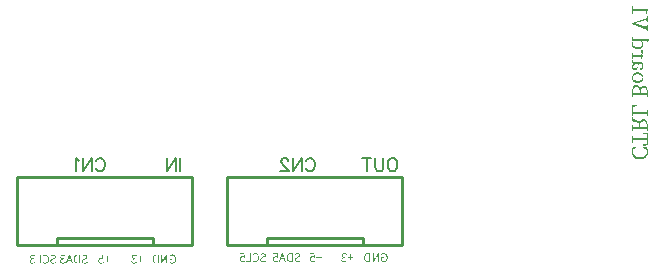
<source format=gbo>
G04 Layer: BottomSilkLayer*
G04 EasyEDA v6.4.25, 2021-11-01T16:40:30+01:00*
G04 d0984406bf964252bec45fc5339864a5,23de75a5ce864506aa6f80b6cd8e489b,10*
G04 Gerber Generator version 0.2*
G04 Scale: 100 percent, Rotated: No, Reflected: No *
G04 Dimensions in millimeters *
G04 leading zeros omitted , absolute positions ,4 integer and 5 decimal *
%FSLAX45Y45*%
%MOMM*%

%ADD10C,0.2540*%
%ADD23C,0.1524*%

%LPD*%
G36*
X6166459Y-2748026D02*
G01*
X6166459Y-2819908D01*
X6172301Y-2819908D01*
X6176365Y-2792222D01*
X6207353Y-2791714D01*
X6283807Y-2791714D01*
X6281521Y-2817622D01*
X6288125Y-2817622D01*
X6298539Y-2777744D01*
X6296761Y-2774950D01*
X6268567Y-2775712D01*
X6176365Y-2775458D01*
X6172301Y-2748026D01*
G37*
G36*
X6290157Y-2836418D02*
G01*
X6287871Y-2853182D01*
X6165189Y-2894076D01*
X6165189Y-2902458D01*
X6288379Y-2947924D01*
X6289903Y-2962656D01*
X6296761Y-2962656D01*
X6296761Y-2909824D01*
X6289141Y-2909824D01*
X6287617Y-2928874D01*
X6189573Y-2894584D01*
X6287363Y-2863088D01*
X6289141Y-2881122D01*
X6296761Y-2881122D01*
X6296761Y-2836418D01*
G37*
G36*
X6166459Y-3013964D02*
G01*
X6164427Y-3044190D01*
X6177635Y-3045206D01*
X6171844Y-3050794D01*
X6167526Y-3057093D01*
X6164834Y-3064306D01*
X6164421Y-3068066D01*
X6173825Y-3068066D01*
X6174384Y-3062020D01*
X6176264Y-3056483D01*
X6179616Y-3051200D01*
X6184747Y-3045714D01*
X6241135Y-3045714D01*
X6246114Y-3051962D01*
X6249314Y-3057601D01*
X6251041Y-3062833D01*
X6251549Y-3067812D01*
X6250990Y-3073298D01*
X6249314Y-3078480D01*
X6246469Y-3083153D01*
X6242354Y-3087268D01*
X6236919Y-3090672D01*
X6230112Y-3093262D01*
X6221882Y-3094939D01*
X6212179Y-3095498D01*
X6202832Y-3094939D01*
X6194856Y-3093415D01*
X6188202Y-3090976D01*
X6182918Y-3087674D01*
X6178854Y-3083661D01*
X6176060Y-3078988D01*
X6174384Y-3073755D01*
X6173825Y-3068066D01*
X6164421Y-3068066D01*
X6163919Y-3072638D01*
X6164326Y-3078429D01*
X6165494Y-3083915D01*
X6167374Y-3088995D01*
X6169964Y-3093669D01*
X6173266Y-3097885D01*
X6177127Y-3101644D01*
X6181598Y-3104946D01*
X6186678Y-3107690D01*
X6192215Y-3109874D01*
X6198260Y-3111449D01*
X6204762Y-3112414D01*
X6211671Y-3112770D01*
X6218986Y-3112414D01*
X6225844Y-3111347D01*
X6232194Y-3109620D01*
X6237935Y-3107283D01*
X6243167Y-3104337D01*
X6247790Y-3100882D01*
X6251752Y-3096920D01*
X6255105Y-3092500D01*
X6257696Y-3087674D01*
X6259626Y-3082493D01*
X6260795Y-3076956D01*
X6261201Y-3071114D01*
X6260642Y-3064408D01*
X6258610Y-3057906D01*
X6254800Y-3051606D01*
X6248755Y-3045460D01*
X6294983Y-3045460D01*
X6296253Y-3061716D01*
X6302095Y-3061716D01*
X6310477Y-3031744D01*
X6308953Y-3029204D01*
X6281267Y-3029712D01*
X6174079Y-3029712D01*
X6172301Y-3013964D01*
G37*
G36*
X6254089Y-3120390D02*
G01*
X6248552Y-3120999D01*
X6244336Y-3122879D01*
X6241592Y-3126282D01*
X6240627Y-3131312D01*
X6241034Y-3134614D01*
X6242202Y-3137712D01*
X6243980Y-3140608D01*
X6248247Y-3145790D01*
X6243472Y-3151225D01*
X6237732Y-3155797D01*
X6230823Y-3159556D01*
X6222593Y-3162554D01*
X6174841Y-3162300D01*
X6172301Y-3146044D01*
X6166459Y-3146044D01*
X6166459Y-3193288D01*
X6172301Y-3193288D01*
X6174587Y-3179064D01*
X6225032Y-3178860D01*
X6242913Y-3179318D01*
X6244691Y-3194812D01*
X6250533Y-3194812D01*
X6261201Y-3167380D01*
X6259423Y-3164840D01*
X6235801Y-3162808D01*
X6241491Y-3160217D01*
X6246520Y-3157220D01*
X6250889Y-3153867D01*
X6254496Y-3150311D01*
X6257391Y-3146501D01*
X6259474Y-3142538D01*
X6260795Y-3138474D01*
X6261201Y-3134360D01*
X6260744Y-3129940D01*
X6259372Y-3125927D01*
X6257137Y-3122676D01*
G37*
G36*
X6174079Y-3201924D02*
G01*
X6169558Y-3205480D01*
X6166459Y-3209442D01*
X6164732Y-3213811D01*
X6164173Y-3218688D01*
X6165240Y-3225241D01*
X6168288Y-3230372D01*
X6173063Y-3233978D01*
X6179413Y-3235960D01*
X6172606Y-3243376D01*
X6167780Y-3250184D01*
X6164884Y-3257194D01*
X6164718Y-3258565D01*
X6175349Y-3258565D01*
X6175908Y-3253740D01*
X6177788Y-3249015D01*
X6181242Y-3243580D01*
X6186525Y-3236468D01*
X6217513Y-3236468D01*
X6214516Y-3246424D01*
X6211671Y-3254502D01*
X6206540Y-3264814D01*
X6201206Y-3270910D01*
X6195771Y-3273806D01*
X6190335Y-3274567D01*
X6183630Y-3273348D01*
X6178956Y-3269996D01*
X6176213Y-3264915D01*
X6175349Y-3258565D01*
X6164718Y-3258565D01*
X6163919Y-3265170D01*
X6164326Y-3270351D01*
X6165443Y-3275228D01*
X6167323Y-3279597D01*
X6169964Y-3283458D01*
X6173317Y-3286607D01*
X6177432Y-3289046D01*
X6182258Y-3290519D01*
X6187795Y-3291078D01*
X6192113Y-3290722D01*
X6196177Y-3289604D01*
X6199936Y-3287572D01*
X6203594Y-3284474D01*
X6207048Y-3280206D01*
X6210503Y-3274567D01*
X6213856Y-3267506D01*
X6217259Y-3258820D01*
X6218986Y-3253841D01*
X6222187Y-3242411D01*
X6223609Y-3236468D01*
X6236208Y-3236722D01*
X6241542Y-3237534D01*
X6245707Y-3238906D01*
X6248908Y-3240887D01*
X6251244Y-3243427D01*
X6252768Y-3246628D01*
X6253581Y-3250488D01*
X6253835Y-3255010D01*
X6253480Y-3260394D01*
X6252311Y-3266186D01*
X6238849Y-3269742D01*
X6234887Y-3271316D01*
X6232144Y-3273450D01*
X6230518Y-3276193D01*
X6229959Y-3279648D01*
X6230416Y-3283153D01*
X6231839Y-3285794D01*
X6234125Y-3287471D01*
X6237325Y-3288284D01*
X6242659Y-3286556D01*
X6247384Y-3283813D01*
X6251448Y-3280206D01*
X6254902Y-3275787D01*
X6257594Y-3270503D01*
X6259576Y-3264560D01*
X6260795Y-3257905D01*
X6261201Y-3250692D01*
X6260744Y-3243478D01*
X6259423Y-3237280D01*
X6257036Y-3232099D01*
X6253632Y-3227882D01*
X6249060Y-3224580D01*
X6243320Y-3222294D01*
X6236309Y-3220923D01*
X6227927Y-3220466D01*
X6185509Y-3220466D01*
X6179718Y-3219958D01*
X6175857Y-3218535D01*
X6173724Y-3216300D01*
X6173063Y-3213354D01*
X6173419Y-3211068D01*
X6174333Y-3209137D01*
X6175857Y-3207308D01*
X6177889Y-3205480D01*
G37*
G36*
X6212179Y-3308604D02*
G01*
X6204508Y-3309061D01*
X6197498Y-3310331D01*
X6191148Y-3312414D01*
X6185458Y-3315157D01*
X6180429Y-3318560D01*
X6176060Y-3322472D01*
X6172352Y-3326892D01*
X6169304Y-3331667D01*
X6166967Y-3336798D01*
X6165291Y-3342132D01*
X6164275Y-3347669D01*
X6163919Y-3353308D01*
X6171285Y-3353308D01*
X6171946Y-3347364D01*
X6173927Y-3342081D01*
X6177178Y-3337509D01*
X6181750Y-3333699D01*
X6187541Y-3330651D01*
X6194552Y-3328466D01*
X6202781Y-3327095D01*
X6212179Y-3326637D01*
X6221780Y-3327095D01*
X6230162Y-3328466D01*
X6237325Y-3330651D01*
X6243218Y-3333699D01*
X6247841Y-3337509D01*
X6251143Y-3342081D01*
X6253175Y-3347364D01*
X6253835Y-3353308D01*
X6253175Y-3359404D01*
X6251143Y-3364788D01*
X6247841Y-3369411D01*
X6243218Y-3373221D01*
X6237325Y-3376269D01*
X6230162Y-3378454D01*
X6221780Y-3379774D01*
X6212179Y-3380232D01*
X6202781Y-3379774D01*
X6194552Y-3378454D01*
X6187541Y-3376269D01*
X6181750Y-3373221D01*
X6177178Y-3369411D01*
X6173927Y-3364788D01*
X6171946Y-3359404D01*
X6171285Y-3353308D01*
X6163919Y-3353308D01*
X6164275Y-3359048D01*
X6165291Y-3364636D01*
X6166967Y-3370021D01*
X6169304Y-3375151D01*
X6172352Y-3379927D01*
X6176060Y-3384346D01*
X6180429Y-3388207D01*
X6185458Y-3391560D01*
X6191148Y-3394252D01*
X6197498Y-3396284D01*
X6204508Y-3397554D01*
X6212179Y-3398012D01*
X6219952Y-3397554D01*
X6227013Y-3396284D01*
X6233464Y-3394252D01*
X6239256Y-3391509D01*
X6244336Y-3388156D01*
X6248806Y-3384245D01*
X6252565Y-3379825D01*
X6255664Y-3375050D01*
X6258102Y-3369919D01*
X6259830Y-3364534D01*
X6260846Y-3358997D01*
X6261201Y-3353308D01*
X6260846Y-3347720D01*
X6259830Y-3342233D01*
X6258102Y-3336899D01*
X6255715Y-3331768D01*
X6252667Y-3326993D01*
X6248908Y-3322574D01*
X6244437Y-3318611D01*
X6239357Y-3315208D01*
X6233566Y-3312464D01*
X6227114Y-3310382D01*
X6220002Y-3309061D01*
G37*
G36*
X6202019Y-3415029D02*
G01*
X6197600Y-3415334D01*
X6193231Y-3416249D01*
X6188964Y-3417874D01*
X6184900Y-3420160D01*
X6181090Y-3423158D01*
X6177584Y-3426917D01*
X6174435Y-3431438D01*
X6171742Y-3436721D01*
X6169507Y-3442868D01*
X6167882Y-3449878D01*
X6166815Y-3457803D01*
X6166459Y-3466592D01*
X6166459Y-3483101D01*
X6174079Y-3483101D01*
X6174079Y-3470401D01*
X6174536Y-3461816D01*
X6175908Y-3454349D01*
X6178143Y-3448050D01*
X6181242Y-3442817D01*
X6185204Y-3438804D01*
X6189929Y-3435908D01*
X6195466Y-3434130D01*
X6201765Y-3433572D01*
X6208318Y-3434130D01*
X6214008Y-3435807D01*
X6218834Y-3438702D01*
X6222847Y-3442817D01*
X6225946Y-3448202D01*
X6228181Y-3454908D01*
X6229502Y-3462934D01*
X6229959Y-3472434D01*
X6229959Y-3483610D01*
X6237833Y-3483610D01*
X6237833Y-3473196D01*
X6238240Y-3465017D01*
X6239408Y-3458006D01*
X6241440Y-3452164D01*
X6244285Y-3447389D01*
X6247993Y-3443782D01*
X6252514Y-3441192D01*
X6257950Y-3439668D01*
X6264249Y-3439160D01*
X6270345Y-3439617D01*
X6275527Y-3441039D01*
X6279845Y-3443376D01*
X6283299Y-3446678D01*
X6285890Y-3450945D01*
X6287719Y-3456178D01*
X6288786Y-3462426D01*
X6289141Y-3469640D01*
X6289141Y-3483101D01*
X6263690Y-3483559D01*
X6194247Y-3483457D01*
X6166459Y-3483101D01*
X6166459Y-3519932D01*
X6173063Y-3519932D01*
X6175095Y-3501644D01*
X6201054Y-3501440D01*
X6268720Y-3501440D01*
X6287871Y-3501644D01*
X6289903Y-3519932D01*
X6296761Y-3519932D01*
X6296761Y-3464306D01*
X6296507Y-3457600D01*
X6295694Y-3451453D01*
X6294424Y-3445865D01*
X6292646Y-3440836D01*
X6290462Y-3436365D01*
X6287871Y-3432505D01*
X6284874Y-3429203D01*
X6281470Y-3426460D01*
X6277813Y-3424377D01*
X6273800Y-3422853D01*
X6269532Y-3421938D01*
X6265011Y-3421634D01*
X6260033Y-3422040D01*
X6255207Y-3423361D01*
X6250584Y-3425596D01*
X6246368Y-3428847D01*
X6242507Y-3433114D01*
X6239205Y-3438448D01*
X6236512Y-3444951D01*
X6234531Y-3452622D01*
X6232702Y-3443427D01*
X6230112Y-3435604D01*
X6226810Y-3429101D01*
X6222847Y-3423920D01*
X6218326Y-3419957D01*
X6213297Y-3417163D01*
X6207861Y-3415537D01*
G37*
G36*
X6203035Y-3582670D02*
G01*
X6166459Y-3583940D01*
X6166459Y-3680460D01*
X6173063Y-3680460D01*
X6175095Y-3662426D01*
X6207302Y-3662172D01*
X6287871Y-3662426D01*
X6289903Y-3680460D01*
X6296761Y-3680460D01*
X6296761Y-3625596D01*
X6289903Y-3625596D01*
X6287871Y-3643884D01*
X6255715Y-3644341D01*
X6199987Y-3644341D01*
X6174841Y-3643884D01*
X6174841Y-3599179D01*
X6203035Y-3592829D01*
G37*
G36*
X6166459Y-3691890D02*
G01*
X6165596Y-3694988D01*
X6164986Y-3698494D01*
X6164580Y-3702405D01*
X6164427Y-3706622D01*
X6165088Y-3714546D01*
X6167221Y-3720337D01*
X6171082Y-3724198D01*
X6176873Y-3726434D01*
X6207861Y-3734562D01*
X6213195Y-3736136D01*
X6217513Y-3738016D01*
X6220917Y-3740302D01*
X6223406Y-3743096D01*
X6225235Y-3746500D01*
X6226352Y-3750513D01*
X6227013Y-3755339D01*
X6227165Y-3771137D01*
X6234531Y-3771137D01*
X6234531Y-3755390D01*
X6235090Y-3748074D01*
X6236665Y-3741775D01*
X6239154Y-3736441D01*
X6242558Y-3732072D01*
X6246672Y-3728720D01*
X6251448Y-3726332D01*
X6256832Y-3724859D01*
X6262725Y-3724401D01*
X6268669Y-3724808D01*
X6273952Y-3726129D01*
X6278473Y-3728364D01*
X6282232Y-3731564D01*
X6285230Y-3735679D01*
X6287363Y-3740810D01*
X6288684Y-3746906D01*
X6289141Y-3754120D01*
X6289141Y-3770884D01*
X6207201Y-3771137D01*
X6175349Y-3770884D01*
X6173063Y-3752850D01*
X6166459Y-3752850D01*
X6166459Y-3807460D01*
X6173063Y-3807460D01*
X6175095Y-3789426D01*
X6207150Y-3788918D01*
X6275070Y-3789121D01*
X6287871Y-3789426D01*
X6289903Y-3807460D01*
X6296761Y-3807460D01*
X6296761Y-3752850D01*
X6296507Y-3745737D01*
X6295745Y-3739134D01*
X6294424Y-3733088D01*
X6292697Y-3727653D01*
X6290411Y-3722725D01*
X6287719Y-3718407D01*
X6284569Y-3714750D01*
X6280962Y-3711701D01*
X6276949Y-3709263D01*
X6272530Y-3707536D01*
X6267704Y-3706469D01*
X6262471Y-3706114D01*
X6256832Y-3706622D01*
X6251448Y-3708196D01*
X6246418Y-3710787D01*
X6241796Y-3714445D01*
X6237732Y-3719118D01*
X6234277Y-3724859D01*
X6231585Y-3731615D01*
X6229705Y-3739387D01*
X6226810Y-3731209D01*
X6221984Y-3724859D01*
X6214872Y-3719880D01*
X6205067Y-3716020D01*
X6174587Y-3707129D01*
X6173063Y-3691890D01*
G37*
G36*
X6261963Y-3820160D02*
G01*
X6261963Y-3829558D01*
X6288125Y-3835146D01*
X6288125Y-3865626D01*
X6262319Y-3866083D01*
X6207455Y-3866083D01*
X6175349Y-3865626D01*
X6173063Y-3845560D01*
X6166459Y-3845560D01*
X6166459Y-3904234D01*
X6173063Y-3904234D01*
X6175349Y-3884168D01*
X6207150Y-3883914D01*
X6288125Y-3884168D01*
X6288125Y-3914648D01*
X6261963Y-3919982D01*
X6261963Y-3929887D01*
X6296761Y-3928364D01*
X6296761Y-3821429D01*
G37*
G36*
X6201511Y-3941826D02*
G01*
X6173063Y-3942334D01*
X6170777Y-3946855D01*
X6168796Y-3951528D01*
X6167120Y-3956253D01*
X6165748Y-3961079D01*
X6164732Y-3966006D01*
X6163564Y-3976065D01*
X6163411Y-3981196D01*
X6163614Y-3986987D01*
X6164224Y-3992626D01*
X6165240Y-3998010D01*
X6166612Y-4003192D01*
X6168390Y-4008170D01*
X6170472Y-4012895D01*
X6172962Y-4017314D01*
X6175756Y-4021531D01*
X6178905Y-4025442D01*
X6182360Y-4029100D01*
X6186068Y-4032453D01*
X6190132Y-4035501D01*
X6194450Y-4038193D01*
X6199073Y-4040581D01*
X6203899Y-4042664D01*
X6209030Y-4044391D01*
X6214364Y-4045712D01*
X6219952Y-4046677D01*
X6225743Y-4047286D01*
X6231737Y-4047490D01*
X6237579Y-4047286D01*
X6243269Y-4046677D01*
X6248755Y-4045661D01*
X6254038Y-4044238D01*
X6259118Y-4042460D01*
X6263944Y-4040378D01*
X6268516Y-4037888D01*
X6272834Y-4035145D01*
X6276898Y-4032046D01*
X6280658Y-4028643D01*
X6284112Y-4024934D01*
X6287262Y-4020972D01*
X6290106Y-4016756D01*
X6292596Y-4012336D01*
X6294729Y-4007612D01*
X6296558Y-4002735D01*
X6297930Y-3997604D01*
X6298996Y-3992321D01*
X6299606Y-3986834D01*
X6299809Y-3981196D01*
X6299352Y-3972458D01*
X6297777Y-3963212D01*
X6296456Y-3958488D01*
X6294780Y-3953662D01*
X6292697Y-3948887D01*
X6290157Y-3944112D01*
X6261455Y-3943604D01*
X6261455Y-3954272D01*
X6286347Y-3959098D01*
X6288481Y-3964178D01*
X6290005Y-3969207D01*
X6290868Y-3974185D01*
X6291173Y-3979164D01*
X6290919Y-3984091D01*
X6290208Y-3988866D01*
X6288989Y-3993489D01*
X6287312Y-3997909D01*
X6285179Y-4002125D01*
X6282537Y-4006087D01*
X6279489Y-4009745D01*
X6275933Y-4013149D01*
X6271971Y-4016248D01*
X6267500Y-4018991D01*
X6262624Y-4021378D01*
X6257340Y-4023410D01*
X6251549Y-4025036D01*
X6245402Y-4026204D01*
X6238798Y-4026915D01*
X6231737Y-4027170D01*
X6224625Y-4026915D01*
X6217970Y-4026255D01*
X6211722Y-4025188D01*
X6205931Y-4023664D01*
X6200546Y-4021785D01*
X6195669Y-4019499D01*
X6191199Y-4016908D01*
X6187236Y-4013911D01*
X6183680Y-4010609D01*
X6180632Y-4007053D01*
X6178042Y-4003141D01*
X6175857Y-3998976D01*
X6174232Y-3994556D01*
X6173012Y-3989882D01*
X6172301Y-3985006D01*
X6172047Y-3979926D01*
X6172301Y-3974337D01*
X6173114Y-3968699D01*
X6174638Y-3963009D01*
X6176873Y-3957320D01*
X6201511Y-3952494D01*
G37*
G36*
X4062476Y-4839208D02*
G01*
X4055364Y-4839970D01*
X4049522Y-4842052D01*
X4044848Y-4844999D01*
X4041140Y-4848352D01*
X4045712Y-4853686D01*
X4048810Y-4850942D01*
X4052468Y-4848707D01*
X4056837Y-4847132D01*
X4062222Y-4846574D01*
X4067759Y-4847132D01*
X4072686Y-4848758D01*
X4077004Y-4851349D01*
X4080611Y-4854905D01*
X4083507Y-4859375D01*
X4085640Y-4864658D01*
X4086910Y-4870754D01*
X4087368Y-4877562D01*
X4086961Y-4884369D01*
X4085691Y-4890465D01*
X4083608Y-4895799D01*
X4080814Y-4900320D01*
X4077208Y-4903927D01*
X4072890Y-4906619D01*
X4067911Y-4908245D01*
X4062222Y-4908804D01*
X4058056Y-4908499D01*
X4054144Y-4907584D01*
X4050741Y-4906111D01*
X4047998Y-4904232D01*
X4047998Y-4883912D01*
X4064254Y-4883912D01*
X4064254Y-4876800D01*
X4040124Y-4876800D01*
X4040124Y-4907788D01*
X4044340Y-4911140D01*
X4049623Y-4913782D01*
X4055922Y-4915560D01*
X4062984Y-4916170D01*
X4069943Y-4915509D01*
X4076293Y-4913528D01*
X4081932Y-4910328D01*
X4086758Y-4905959D01*
X4090670Y-4900422D01*
X4093565Y-4893868D01*
X4095394Y-4886299D01*
X4096004Y-4877816D01*
X4095699Y-4872024D01*
X4094886Y-4866690D01*
X4093514Y-4861712D01*
X4091635Y-4857191D01*
X4089349Y-4853127D01*
X4086555Y-4849571D01*
X4083405Y-4846472D01*
X4079849Y-4843932D01*
X4075988Y-4841900D01*
X4071772Y-4840427D01*
X4067251Y-4839512D01*
G37*
G36*
X3930904Y-4840478D02*
G01*
X3925417Y-4840732D01*
X3920388Y-4841595D01*
X3915867Y-4842967D01*
X3911803Y-4844846D01*
X3908196Y-4847234D01*
X3905046Y-4850130D01*
X3902405Y-4853533D01*
X3900220Y-4857394D01*
X3898544Y-4861712D01*
X3897325Y-4866487D01*
X3896614Y-4871669D01*
X3896360Y-4877308D01*
X3904996Y-4877308D01*
X3905402Y-4870602D01*
X3906621Y-4864709D01*
X3908704Y-4859578D01*
X3911549Y-4855260D01*
X3915308Y-4851857D01*
X3919880Y-4849368D01*
X3925366Y-4847844D01*
X3931665Y-4847336D01*
X3940810Y-4847336D01*
X3940810Y-4908042D01*
X3931665Y-4908042D01*
X3925366Y-4907483D01*
X3919880Y-4905908D01*
X3915308Y-4903317D01*
X3911549Y-4899812D01*
X3908704Y-4895392D01*
X3906621Y-4890160D01*
X3905402Y-4884115D01*
X3904996Y-4877308D01*
X3896360Y-4877308D01*
X3896614Y-4882946D01*
X3897325Y-4888230D01*
X3898544Y-4893056D01*
X3900220Y-4897424D01*
X3902405Y-4901387D01*
X3905046Y-4904892D01*
X3908145Y-4907838D01*
X3911701Y-4910328D01*
X3915765Y-4912309D01*
X3920236Y-4913731D01*
X3925214Y-4914595D01*
X3930650Y-4914900D01*
X3949192Y-4914900D01*
X3949192Y-4840478D01*
G37*
G36*
X3970020Y-4840478D02*
G01*
X3970020Y-4914900D01*
X3978656Y-4914900D01*
X4006596Y-4866640D01*
X4014724Y-4851400D01*
X4015232Y-4851400D01*
X4014215Y-4874260D01*
X4014215Y-4914900D01*
X4022344Y-4914900D01*
X4022344Y-4840478D01*
X4013708Y-4840478D01*
X3985514Y-4888738D01*
X3977386Y-4903978D01*
X3976878Y-4903978D01*
X3977690Y-4892497D01*
X3978148Y-4880864D01*
X3978148Y-4840478D01*
G37*
G36*
X3440684Y-4840478D02*
G01*
X3440684Y-4847590D01*
X3469132Y-4847590D01*
X3471164Y-4870196D01*
X3468471Y-4868875D01*
X3465677Y-4867910D01*
X3462731Y-4867351D01*
X3459479Y-4867148D01*
X3455009Y-4867503D01*
X3450844Y-4868519D01*
X3447034Y-4870246D01*
X3443732Y-4872786D01*
X3440988Y-4876038D01*
X3438906Y-4880102D01*
X3437585Y-4885029D01*
X3437128Y-4890770D01*
X3437636Y-4896510D01*
X3439160Y-4901590D01*
X3441496Y-4905959D01*
X3444544Y-4909566D01*
X3448151Y-4912410D01*
X3452215Y-4914493D01*
X3456635Y-4915763D01*
X3461258Y-4916170D01*
X3469030Y-4915357D01*
X3475431Y-4913122D01*
X3480562Y-4909972D01*
X3484626Y-4906264D01*
X3480562Y-4900930D01*
X3477056Y-4904079D01*
X3472891Y-4906721D01*
X3467963Y-4908600D01*
X3462020Y-4909312D01*
X3455568Y-4908042D01*
X3450336Y-4904384D01*
X3446779Y-4898593D01*
X3445510Y-4891024D01*
X3446627Y-4883658D01*
X3449878Y-4878171D01*
X3454958Y-4874717D01*
X3461512Y-4873498D01*
X3465017Y-4873802D01*
X3468166Y-4874615D01*
X3471113Y-4875987D01*
X3474212Y-4877816D01*
X3478784Y-4875022D01*
X3476244Y-4840478D01*
G37*
G36*
X3512058Y-4852162D02*
G01*
X3512058Y-4874260D01*
X3491484Y-4874260D01*
X3491484Y-4880610D01*
X3512058Y-4880610D01*
X3512058Y-4902962D01*
X3518915Y-4902962D01*
X3518915Y-4880610D01*
X3539490Y-4880610D01*
X3539490Y-4874260D01*
X3518915Y-4874260D01*
X3518915Y-4852162D01*
G37*
G36*
X3334004Y-4839208D02*
G01*
X3327603Y-4839868D01*
X3321761Y-4841798D01*
X3316681Y-4844694D01*
X3312414Y-4848352D01*
X3316732Y-4853686D01*
X3320338Y-4850739D01*
X3324402Y-4848504D01*
X3328924Y-4847082D01*
X3334004Y-4846574D01*
X3339896Y-4847336D01*
X3344468Y-4849622D01*
X3347415Y-4853228D01*
X3348482Y-4858004D01*
X3347313Y-4862880D01*
X3344367Y-4866386D01*
X3340354Y-4868926D01*
X3325368Y-4875530D01*
X3319322Y-4878679D01*
X3314395Y-4882794D01*
X3311093Y-4888179D01*
X3309874Y-4895342D01*
X3310331Y-4899609D01*
X3311601Y-4903520D01*
X3313734Y-4907076D01*
X3316579Y-4910124D01*
X3320186Y-4912664D01*
X3324453Y-4914544D01*
X3329330Y-4915763D01*
X3334765Y-4916170D01*
X3342436Y-4915408D01*
X3349345Y-4913172D01*
X3355441Y-4909718D01*
X3360674Y-4905248D01*
X3355594Y-4899406D01*
X3351174Y-4903317D01*
X3346145Y-4906314D01*
X3340608Y-4908143D01*
X3334765Y-4908804D01*
X3327908Y-4907889D01*
X3322726Y-4905298D01*
X3319424Y-4901285D01*
X3318256Y-4896104D01*
X3319221Y-4890973D01*
X3321913Y-4887315D01*
X3325977Y-4884674D01*
X3341878Y-4877562D01*
X3347110Y-4874818D01*
X3351936Y-4871008D01*
X3355492Y-4865674D01*
X3356864Y-4858512D01*
X3355136Y-4850790D01*
X3350361Y-4844643D01*
X3343148Y-4840630D01*
G37*
G36*
X3129280Y-4840478D02*
G01*
X3129280Y-4847590D01*
X3157474Y-4847590D01*
X3159506Y-4870196D01*
X3156966Y-4868875D01*
X3154273Y-4867910D01*
X3151327Y-4867351D01*
X3148076Y-4867148D01*
X3143554Y-4867503D01*
X3139338Y-4868519D01*
X3135528Y-4870246D01*
X3132226Y-4872786D01*
X3129534Y-4876038D01*
X3127451Y-4880102D01*
X3126181Y-4885029D01*
X3125724Y-4890770D01*
X3126232Y-4896510D01*
X3127756Y-4901590D01*
X3130042Y-4905959D01*
X3133090Y-4909566D01*
X3136696Y-4912410D01*
X3140710Y-4914493D01*
X3145078Y-4915763D01*
X3149600Y-4916170D01*
X3157524Y-4915357D01*
X3163874Y-4913122D01*
X3169056Y-4909972D01*
X3173222Y-4906264D01*
X3168904Y-4900930D01*
X3165551Y-4904079D01*
X3161436Y-4906721D01*
X3156458Y-4908600D01*
X3150362Y-4909312D01*
X3144062Y-4908042D01*
X3138881Y-4904384D01*
X3135376Y-4898593D01*
X3134106Y-4891024D01*
X3135274Y-4883658D01*
X3138474Y-4878171D01*
X3143554Y-4874717D01*
X3150108Y-4873498D01*
X3153613Y-4873802D01*
X3156610Y-4874615D01*
X3159506Y-4875987D01*
X3162554Y-4877816D01*
X3167126Y-4875022D01*
X3164840Y-4840478D01*
G37*
G36*
X3201924Y-4840478D02*
G01*
X3186753Y-4884928D01*
X3194812Y-4884928D01*
X3200908Y-4866487D01*
X3206496Y-4847590D01*
X3207004Y-4847590D01*
X3210610Y-4860340D01*
X3218434Y-4884928D01*
X3186753Y-4884928D01*
X3176524Y-4914900D01*
X3185414Y-4914900D01*
X3192780Y-4891532D01*
X3220466Y-4891532D01*
X3228086Y-4914900D01*
X3236468Y-4914900D01*
X3211068Y-4840478D01*
G37*
G36*
X3276600Y-4840478D02*
G01*
X3271113Y-4840732D01*
X3266084Y-4841595D01*
X3261563Y-4842967D01*
X3257499Y-4844846D01*
X3253892Y-4847234D01*
X3250742Y-4850130D01*
X3248101Y-4853533D01*
X3245916Y-4857394D01*
X3244240Y-4861712D01*
X3243021Y-4866487D01*
X3242310Y-4871669D01*
X3242056Y-4877308D01*
X3250692Y-4877308D01*
X3251098Y-4870602D01*
X3252317Y-4864709D01*
X3254400Y-4859578D01*
X3257245Y-4855260D01*
X3261004Y-4851857D01*
X3265576Y-4849368D01*
X3271062Y-4847844D01*
X3277362Y-4847336D01*
X3286506Y-4847336D01*
X3286506Y-4908042D01*
X3277362Y-4908042D01*
X3271062Y-4907483D01*
X3265576Y-4905908D01*
X3261004Y-4903317D01*
X3257245Y-4899812D01*
X3254400Y-4895392D01*
X3252317Y-4890160D01*
X3251098Y-4884115D01*
X3250692Y-4877308D01*
X3242056Y-4877308D01*
X3242310Y-4882946D01*
X3243021Y-4888230D01*
X3244240Y-4893056D01*
X3245916Y-4897424D01*
X3248101Y-4901387D01*
X3250742Y-4904892D01*
X3253841Y-4907838D01*
X3257397Y-4910328D01*
X3261461Y-4912309D01*
X3265932Y-4913731D01*
X3270910Y-4914595D01*
X3276346Y-4914900D01*
X3294887Y-4914900D01*
X3294887Y-4840478D01*
G37*
G36*
X2974594Y-4839208D02*
G01*
X2968294Y-4839970D01*
X2962757Y-4841951D01*
X2958134Y-4844897D01*
X2954528Y-4848352D01*
X2959100Y-4853686D01*
X2962198Y-4850739D01*
X2965805Y-4848504D01*
X2969920Y-4847082D01*
X2974594Y-4846574D01*
X2979775Y-4847132D01*
X2984449Y-4848758D01*
X2988614Y-4851349D01*
X2992069Y-4854905D01*
X2994914Y-4859375D01*
X2996996Y-4864658D01*
X2998266Y-4870754D01*
X2998724Y-4877562D01*
X2998317Y-4884369D01*
X2997047Y-4890465D01*
X2995066Y-4895799D01*
X2992323Y-4900320D01*
X2988868Y-4903927D01*
X2984804Y-4906619D01*
X2980080Y-4908245D01*
X2974848Y-4908804D01*
X2969768Y-4908245D01*
X2965246Y-4906568D01*
X2961081Y-4903876D01*
X2957322Y-4900168D01*
X2952496Y-4905502D01*
X2957169Y-4910074D01*
X2962503Y-4913426D01*
X2968548Y-4915458D01*
X2975356Y-4916170D01*
X2981960Y-4915509D01*
X2988056Y-4913528D01*
X2993542Y-4910328D01*
X2998216Y-4905959D01*
X3002076Y-4900422D01*
X3004921Y-4893868D01*
X3006750Y-4886299D01*
X3007360Y-4877816D01*
X3006699Y-4869281D01*
X3004870Y-4861712D01*
X3001924Y-4855108D01*
X2998012Y-4849571D01*
X2993237Y-4845151D01*
X2987649Y-4841900D01*
X2981401Y-4839868D01*
G37*
G36*
X3041904Y-4839208D02*
G01*
X3035503Y-4839868D01*
X3029661Y-4841798D01*
X3024581Y-4844694D01*
X3020314Y-4848352D01*
X3024632Y-4853686D01*
X3028238Y-4850739D01*
X3032302Y-4848504D01*
X3036824Y-4847082D01*
X3041904Y-4846574D01*
X3047796Y-4847336D01*
X3052368Y-4849622D01*
X3055315Y-4853228D01*
X3056382Y-4858004D01*
X3055213Y-4862880D01*
X3052267Y-4866386D01*
X3048254Y-4868926D01*
X3033268Y-4875530D01*
X3027222Y-4878679D01*
X3022295Y-4882794D01*
X3018993Y-4888179D01*
X3017774Y-4895342D01*
X3018231Y-4899609D01*
X3019501Y-4903520D01*
X3021634Y-4907076D01*
X3024479Y-4910124D01*
X3028086Y-4912664D01*
X3032353Y-4914544D01*
X3037230Y-4915763D01*
X3042666Y-4916170D01*
X3050336Y-4915408D01*
X3057245Y-4913172D01*
X3063341Y-4909718D01*
X3068574Y-4905248D01*
X3063494Y-4899406D01*
X3059074Y-4903317D01*
X3054045Y-4906314D01*
X3048508Y-4908143D01*
X3042666Y-4908804D01*
X3035808Y-4907889D01*
X3030626Y-4905298D01*
X3027324Y-4901285D01*
X3026156Y-4896104D01*
X3027121Y-4890973D01*
X3029813Y-4887315D01*
X3033877Y-4884674D01*
X3049778Y-4877562D01*
X3055010Y-4874818D01*
X3059836Y-4871008D01*
X3063392Y-4865674D01*
X3064764Y-4858512D01*
X3063036Y-4850790D01*
X3058261Y-4844643D01*
X3051048Y-4840630D01*
G37*
G36*
X2847594Y-4840478D02*
G01*
X2847594Y-4847590D01*
X2875788Y-4847590D01*
X2877820Y-4870196D01*
X2875280Y-4868875D01*
X2872587Y-4867910D01*
X2869641Y-4867351D01*
X2866390Y-4867148D01*
X2861868Y-4867503D01*
X2857652Y-4868519D01*
X2853842Y-4870246D01*
X2850540Y-4872786D01*
X2847848Y-4876038D01*
X2845765Y-4880102D01*
X2844495Y-4885029D01*
X2844038Y-4890770D01*
X2844546Y-4896510D01*
X2846070Y-4901590D01*
X2848406Y-4905959D01*
X2851454Y-4909566D01*
X2855061Y-4912410D01*
X2859125Y-4914493D01*
X2863545Y-4915763D01*
X2868168Y-4916170D01*
X2875940Y-4915357D01*
X2882239Y-4913122D01*
X2887370Y-4909972D01*
X2891536Y-4906264D01*
X2887472Y-4900930D01*
X2883966Y-4904079D01*
X2879801Y-4906721D01*
X2874772Y-4908600D01*
X2868676Y-4909312D01*
X2862376Y-4908042D01*
X2857195Y-4904384D01*
X2853690Y-4898593D01*
X2852420Y-4891024D01*
X2853588Y-4883658D01*
X2856788Y-4878171D01*
X2861868Y-4874717D01*
X2868422Y-4873498D01*
X2871927Y-4873802D01*
X2875026Y-4874615D01*
X2877921Y-4875987D01*
X2880868Y-4877816D01*
X2885440Y-4875022D01*
X2883154Y-4840478D01*
G37*
G36*
X2930144Y-4840478D02*
G01*
X2930144Y-4907788D01*
X2897124Y-4907788D01*
X2897124Y-4914900D01*
X2938526Y-4914900D01*
X2938526Y-4840478D01*
G37*
G36*
X2271776Y-4851908D02*
G01*
X2264664Y-4852670D01*
X2258822Y-4854752D01*
X2254148Y-4857699D01*
X2250440Y-4861052D01*
X2255012Y-4866386D01*
X2258110Y-4863642D01*
X2261768Y-4861407D01*
X2266137Y-4859832D01*
X2271522Y-4859274D01*
X2277059Y-4859832D01*
X2281986Y-4861458D01*
X2286304Y-4864049D01*
X2289911Y-4867605D01*
X2292807Y-4872075D01*
X2294940Y-4877358D01*
X2296210Y-4883454D01*
X2296668Y-4890262D01*
X2296261Y-4897069D01*
X2294991Y-4903165D01*
X2292908Y-4908499D01*
X2290114Y-4913020D01*
X2286508Y-4916627D01*
X2282190Y-4919319D01*
X2277211Y-4920945D01*
X2271522Y-4921504D01*
X2267356Y-4921199D01*
X2263444Y-4920284D01*
X2260041Y-4918811D01*
X2257298Y-4916932D01*
X2257298Y-4896612D01*
X2273554Y-4896612D01*
X2273554Y-4889500D01*
X2249424Y-4889500D01*
X2249424Y-4920488D01*
X2253640Y-4923840D01*
X2258923Y-4926482D01*
X2265222Y-4928260D01*
X2272284Y-4928870D01*
X2279243Y-4928209D01*
X2285593Y-4926228D01*
X2291232Y-4923028D01*
X2296058Y-4918659D01*
X2299970Y-4913122D01*
X2302865Y-4906568D01*
X2304694Y-4898999D01*
X2305304Y-4890516D01*
X2304999Y-4884724D01*
X2304186Y-4879390D01*
X2302814Y-4874412D01*
X2300935Y-4869891D01*
X2298649Y-4865827D01*
X2295855Y-4862271D01*
X2292705Y-4859172D01*
X2289149Y-4856632D01*
X2285288Y-4854600D01*
X2281072Y-4853127D01*
X2276551Y-4852212D01*
G37*
G36*
X2140204Y-4853178D02*
G01*
X2134717Y-4853432D01*
X2129688Y-4854295D01*
X2125167Y-4855667D01*
X2121103Y-4857546D01*
X2117496Y-4859934D01*
X2114346Y-4862830D01*
X2111705Y-4866233D01*
X2109520Y-4870094D01*
X2107844Y-4874412D01*
X2106625Y-4879187D01*
X2105914Y-4884369D01*
X2105660Y-4890008D01*
X2114296Y-4890008D01*
X2114702Y-4883302D01*
X2115921Y-4877409D01*
X2118004Y-4872278D01*
X2120849Y-4867960D01*
X2124608Y-4864557D01*
X2129180Y-4862068D01*
X2134666Y-4860544D01*
X2140966Y-4860036D01*
X2150110Y-4860036D01*
X2150110Y-4920742D01*
X2140966Y-4920742D01*
X2134666Y-4920183D01*
X2129180Y-4918608D01*
X2124608Y-4916017D01*
X2120849Y-4912512D01*
X2118004Y-4908092D01*
X2115921Y-4902860D01*
X2114702Y-4896815D01*
X2114296Y-4890008D01*
X2105660Y-4890008D01*
X2105914Y-4895646D01*
X2106625Y-4900930D01*
X2107844Y-4905756D01*
X2109520Y-4910124D01*
X2111705Y-4914087D01*
X2114346Y-4917592D01*
X2117445Y-4920538D01*
X2121001Y-4923028D01*
X2125065Y-4925009D01*
X2129536Y-4926431D01*
X2134514Y-4927295D01*
X2139950Y-4927600D01*
X2158492Y-4927600D01*
X2158492Y-4853178D01*
G37*
G36*
X2179320Y-4853178D02*
G01*
X2179320Y-4927600D01*
X2187956Y-4927600D01*
X2215896Y-4879340D01*
X2224024Y-4864100D01*
X2224532Y-4864100D01*
X2223516Y-4886960D01*
X2223516Y-4927600D01*
X2231644Y-4927600D01*
X2231644Y-4853178D01*
X2223008Y-4853178D01*
X2194814Y-4901438D01*
X2186686Y-4916678D01*
X2186178Y-4916678D01*
X2186990Y-4905197D01*
X2187448Y-4893564D01*
X2187448Y-4853178D01*
G37*
G36*
X1649984Y-4853178D02*
G01*
X1649984Y-4860290D01*
X1678432Y-4860290D01*
X1680464Y-4882896D01*
X1677771Y-4881575D01*
X1675028Y-4880610D01*
X1672031Y-4880051D01*
X1668780Y-4879848D01*
X1664309Y-4880203D01*
X1660143Y-4881219D01*
X1656334Y-4882946D01*
X1653032Y-4885486D01*
X1650288Y-4888738D01*
X1648206Y-4892802D01*
X1646885Y-4897729D01*
X1646428Y-4903470D01*
X1646936Y-4909210D01*
X1648460Y-4914290D01*
X1650796Y-4918659D01*
X1653844Y-4922266D01*
X1657451Y-4925110D01*
X1661515Y-4927193D01*
X1665935Y-4928463D01*
X1670557Y-4928870D01*
X1678330Y-4928057D01*
X1684731Y-4925822D01*
X1689862Y-4922672D01*
X1693925Y-4918964D01*
X1689862Y-4913630D01*
X1686356Y-4916779D01*
X1682191Y-4919421D01*
X1677263Y-4921300D01*
X1671320Y-4922012D01*
X1664868Y-4920742D01*
X1659636Y-4917084D01*
X1656080Y-4911293D01*
X1654810Y-4903724D01*
X1655927Y-4896358D01*
X1659178Y-4890871D01*
X1664258Y-4887417D01*
X1670812Y-4886198D01*
X1674317Y-4886502D01*
X1677466Y-4887315D01*
X1680413Y-4888687D01*
X1683512Y-4890516D01*
X1688084Y-4887722D01*
X1685543Y-4853178D01*
G37*
G36*
X1721357Y-4864862D02*
G01*
X1721357Y-4886960D01*
X1700784Y-4886960D01*
X1700784Y-4893310D01*
X1721357Y-4893310D01*
X1721357Y-4915662D01*
X1728216Y-4915662D01*
X1728216Y-4893310D01*
X1748789Y-4893310D01*
X1748789Y-4886960D01*
X1728216Y-4886960D01*
X1728216Y-4864862D01*
G37*
G36*
X1346200Y-4851908D02*
G01*
X1337767Y-4853127D01*
X1331061Y-4856683D01*
X1326692Y-4862423D01*
X1325118Y-4870196D01*
X1326083Y-4876596D01*
X1328775Y-4881727D01*
X1333042Y-4885639D01*
X1338580Y-4888484D01*
X1338580Y-4888738D01*
X1332331Y-4891125D01*
X1327251Y-4895240D01*
X1323848Y-4900828D01*
X1322578Y-4907788D01*
X1323035Y-4912461D01*
X1324406Y-4916678D01*
X1326540Y-4920284D01*
X1329385Y-4923282D01*
X1332839Y-4925669D01*
X1336852Y-4927447D01*
X1341221Y-4928514D01*
X1345946Y-4928870D01*
X1353870Y-4928057D01*
X1360322Y-4925771D01*
X1365504Y-4922570D01*
X1369568Y-4918710D01*
X1365250Y-4913376D01*
X1361744Y-4916678D01*
X1357579Y-4919421D01*
X1352550Y-4921300D01*
X1346454Y-4922012D01*
X1340307Y-4920996D01*
X1335379Y-4918100D01*
X1332128Y-4913528D01*
X1330960Y-4907534D01*
X1332230Y-4901234D01*
X1336294Y-4896358D01*
X1343609Y-4893157D01*
X1354582Y-4892040D01*
X1354582Y-4885690D01*
X1344726Y-4884572D01*
X1338224Y-4881473D01*
X1334617Y-4876800D01*
X1333500Y-4870958D01*
X1334414Y-4865928D01*
X1337056Y-4862068D01*
X1341221Y-4859528D01*
X1346708Y-4858512D01*
X1351127Y-4859223D01*
X1355242Y-4860798D01*
X1358900Y-4863134D01*
X1362202Y-4866132D01*
X1366774Y-4860544D01*
X1362506Y-4857140D01*
X1357731Y-4854397D01*
X1352296Y-4852568D01*
G37*
G36*
X1530604Y-4851908D02*
G01*
X1524203Y-4852568D01*
X1518361Y-4854498D01*
X1513281Y-4857394D01*
X1509014Y-4861052D01*
X1513332Y-4866386D01*
X1516938Y-4863439D01*
X1521002Y-4861204D01*
X1525524Y-4859782D01*
X1530604Y-4859274D01*
X1536496Y-4860036D01*
X1541068Y-4862322D01*
X1544015Y-4865928D01*
X1545082Y-4870704D01*
X1543913Y-4875580D01*
X1540967Y-4879086D01*
X1536954Y-4881626D01*
X1521968Y-4888230D01*
X1515922Y-4891379D01*
X1510995Y-4895494D01*
X1507693Y-4900879D01*
X1506474Y-4908042D01*
X1506931Y-4912309D01*
X1508201Y-4916220D01*
X1510334Y-4919776D01*
X1513230Y-4922824D01*
X1516786Y-4925364D01*
X1521053Y-4927244D01*
X1525930Y-4928463D01*
X1531366Y-4928870D01*
X1539036Y-4928108D01*
X1545945Y-4925872D01*
X1552041Y-4922418D01*
X1557274Y-4917948D01*
X1552194Y-4912106D01*
X1547774Y-4916017D01*
X1542745Y-4919014D01*
X1537208Y-4920843D01*
X1531366Y-4921504D01*
X1524508Y-4920589D01*
X1519326Y-4917998D01*
X1516024Y-4913985D01*
X1514856Y-4908804D01*
X1515821Y-4903673D01*
X1518513Y-4900015D01*
X1522577Y-4897374D01*
X1538478Y-4890262D01*
X1543710Y-4887518D01*
X1548536Y-4883708D01*
X1552092Y-4878374D01*
X1553464Y-4871212D01*
X1551736Y-4863490D01*
X1547012Y-4857343D01*
X1539748Y-4853330D01*
G37*
G36*
X1398524Y-4853178D02*
G01*
X1383353Y-4897628D01*
X1391412Y-4897628D01*
X1397508Y-4879187D01*
X1403096Y-4860290D01*
X1403604Y-4860290D01*
X1407210Y-4873040D01*
X1415034Y-4897628D01*
X1383353Y-4897628D01*
X1373124Y-4927600D01*
X1382014Y-4927600D01*
X1389380Y-4904232D01*
X1417066Y-4904232D01*
X1424686Y-4927600D01*
X1433068Y-4927600D01*
X1407668Y-4853178D01*
G37*
G36*
X1473200Y-4853178D02*
G01*
X1467713Y-4853432D01*
X1462684Y-4854295D01*
X1458163Y-4855667D01*
X1454099Y-4857546D01*
X1450492Y-4859934D01*
X1447342Y-4862830D01*
X1444701Y-4866233D01*
X1442516Y-4870094D01*
X1440840Y-4874412D01*
X1439621Y-4879187D01*
X1438910Y-4884369D01*
X1438656Y-4890008D01*
X1447292Y-4890008D01*
X1447698Y-4883302D01*
X1448917Y-4877409D01*
X1451000Y-4872278D01*
X1453845Y-4867960D01*
X1457604Y-4864557D01*
X1462176Y-4862068D01*
X1467662Y-4860544D01*
X1473962Y-4860036D01*
X1483106Y-4860036D01*
X1483106Y-4920742D01*
X1473962Y-4920742D01*
X1467662Y-4920183D01*
X1462176Y-4918608D01*
X1457604Y-4916017D01*
X1453845Y-4912512D01*
X1451000Y-4908092D01*
X1448917Y-4902860D01*
X1447698Y-4896815D01*
X1447292Y-4890008D01*
X1438656Y-4890008D01*
X1438910Y-4895646D01*
X1439621Y-4900930D01*
X1440840Y-4905756D01*
X1442516Y-4910124D01*
X1444701Y-4914087D01*
X1447342Y-4917592D01*
X1450441Y-4920538D01*
X1453997Y-4923028D01*
X1458061Y-4925009D01*
X1462532Y-4926431D01*
X1467510Y-4927295D01*
X1472946Y-4927600D01*
X1491488Y-4927600D01*
X1491488Y-4853178D01*
G37*
G36*
X1090168Y-4851908D02*
G01*
X1081684Y-4853127D01*
X1074928Y-4856683D01*
X1070457Y-4862423D01*
X1068832Y-4870196D01*
X1069848Y-4876596D01*
X1072591Y-4881727D01*
X1076858Y-4885639D01*
X1082294Y-4888484D01*
X1082294Y-4888738D01*
X1076045Y-4891125D01*
X1070965Y-4895240D01*
X1067562Y-4900828D01*
X1066292Y-4907788D01*
X1066749Y-4912461D01*
X1068120Y-4916678D01*
X1070254Y-4920284D01*
X1073099Y-4923282D01*
X1076553Y-4925669D01*
X1080566Y-4927447D01*
X1084935Y-4928514D01*
X1089660Y-4928870D01*
X1097584Y-4928057D01*
X1104036Y-4925771D01*
X1109218Y-4922570D01*
X1113282Y-4918710D01*
X1108964Y-4913376D01*
X1105458Y-4916678D01*
X1101293Y-4919421D01*
X1096264Y-4921300D01*
X1090168Y-4922012D01*
X1084021Y-4920996D01*
X1079093Y-4918100D01*
X1075842Y-4913528D01*
X1074674Y-4907534D01*
X1075944Y-4901234D01*
X1080008Y-4896358D01*
X1087323Y-4893157D01*
X1098296Y-4892040D01*
X1098296Y-4885690D01*
X1088491Y-4884572D01*
X1082090Y-4881473D01*
X1078534Y-4876800D01*
X1077468Y-4870958D01*
X1078331Y-4865928D01*
X1080922Y-4862068D01*
X1084986Y-4859528D01*
X1090422Y-4858512D01*
X1094841Y-4859223D01*
X1098956Y-4860798D01*
X1102614Y-4863134D01*
X1105916Y-4866132D01*
X1110488Y-4860544D01*
X1106220Y-4857140D01*
X1101496Y-4854397D01*
X1096111Y-4852568D01*
G37*
G36*
X1196594Y-4851908D02*
G01*
X1190294Y-4852670D01*
X1184757Y-4854651D01*
X1180134Y-4857597D01*
X1176528Y-4861052D01*
X1181100Y-4866386D01*
X1184198Y-4863439D01*
X1187805Y-4861204D01*
X1191920Y-4859782D01*
X1196594Y-4859274D01*
X1201775Y-4859832D01*
X1206449Y-4861458D01*
X1210614Y-4864049D01*
X1214069Y-4867605D01*
X1216914Y-4872075D01*
X1218996Y-4877358D01*
X1220266Y-4883454D01*
X1220724Y-4890262D01*
X1220317Y-4897069D01*
X1219047Y-4903165D01*
X1217066Y-4908499D01*
X1214323Y-4913020D01*
X1210868Y-4916627D01*
X1206804Y-4919319D01*
X1202080Y-4920945D01*
X1196848Y-4921504D01*
X1191768Y-4920945D01*
X1187246Y-4919268D01*
X1183081Y-4916576D01*
X1179322Y-4912868D01*
X1174496Y-4918202D01*
X1179169Y-4922774D01*
X1184503Y-4926126D01*
X1190548Y-4928158D01*
X1197356Y-4928870D01*
X1203960Y-4928209D01*
X1210056Y-4926228D01*
X1215542Y-4923028D01*
X1220216Y-4918659D01*
X1224076Y-4913122D01*
X1226921Y-4906568D01*
X1228750Y-4898999D01*
X1229360Y-4890516D01*
X1228699Y-4881981D01*
X1226870Y-4874412D01*
X1223924Y-4867808D01*
X1220012Y-4862271D01*
X1215237Y-4857851D01*
X1209649Y-4854600D01*
X1203401Y-4852568D01*
G37*
G36*
X1263904Y-4851908D02*
G01*
X1257503Y-4852568D01*
X1251661Y-4854498D01*
X1246581Y-4857394D01*
X1242314Y-4861052D01*
X1246632Y-4866386D01*
X1250238Y-4863439D01*
X1254302Y-4861204D01*
X1258824Y-4859782D01*
X1263904Y-4859274D01*
X1269796Y-4860036D01*
X1274368Y-4862322D01*
X1277315Y-4865928D01*
X1278382Y-4870704D01*
X1277213Y-4875580D01*
X1274267Y-4879086D01*
X1270254Y-4881626D01*
X1255268Y-4888230D01*
X1249222Y-4891379D01*
X1244295Y-4895494D01*
X1240993Y-4900879D01*
X1239774Y-4908042D01*
X1240231Y-4912309D01*
X1241501Y-4916220D01*
X1243634Y-4919776D01*
X1246530Y-4922824D01*
X1250086Y-4925364D01*
X1254353Y-4927244D01*
X1259230Y-4928463D01*
X1264666Y-4928870D01*
X1272336Y-4928108D01*
X1279245Y-4925872D01*
X1285341Y-4922418D01*
X1290574Y-4917948D01*
X1285494Y-4912106D01*
X1281074Y-4916017D01*
X1276045Y-4919014D01*
X1270508Y-4920843D01*
X1264666Y-4921504D01*
X1257808Y-4920589D01*
X1252626Y-4917998D01*
X1249324Y-4913985D01*
X1248156Y-4908804D01*
X1249121Y-4903673D01*
X1251813Y-4900015D01*
X1255877Y-4897374D01*
X1271778Y-4890262D01*
X1277010Y-4887518D01*
X1281836Y-4883708D01*
X1285392Y-4878374D01*
X1286764Y-4871212D01*
X1285036Y-4863490D01*
X1280312Y-4857343D01*
X1273048Y-4853330D01*
G37*
G36*
X1152144Y-4853178D02*
G01*
X1152144Y-4920488D01*
X1119124Y-4920488D01*
X1119124Y-4927600D01*
X1160526Y-4927600D01*
X1160526Y-4853178D01*
G37*
G36*
X1949957Y-4851908D02*
G01*
X1941525Y-4853127D01*
X1934819Y-4856683D01*
X1930450Y-4862423D01*
X1928875Y-4870196D01*
X1929841Y-4876596D01*
X1932533Y-4881727D01*
X1936699Y-4885639D01*
X1942084Y-4888484D01*
X1942084Y-4888738D01*
X1935988Y-4891125D01*
X1930958Y-4895240D01*
X1927606Y-4900828D01*
X1926336Y-4907788D01*
X1926793Y-4912461D01*
X1928114Y-4916678D01*
X1930247Y-4920284D01*
X1933041Y-4923282D01*
X1936496Y-4925669D01*
X1940458Y-4927447D01*
X1944928Y-4928514D01*
X1949704Y-4928870D01*
X1957527Y-4928057D01*
X1963978Y-4925771D01*
X1969109Y-4922570D01*
X1973072Y-4918710D01*
X1969007Y-4913376D01*
X1965350Y-4916678D01*
X1961134Y-4919421D01*
X1956155Y-4921300D01*
X1950212Y-4922012D01*
X1943912Y-4920996D01*
X1938934Y-4918100D01*
X1935632Y-4913528D01*
X1934464Y-4907534D01*
X1935734Y-4901234D01*
X1939798Y-4896358D01*
X1947113Y-4893157D01*
X1958086Y-4892040D01*
X1958086Y-4885690D01*
X1948281Y-4884572D01*
X1941880Y-4881473D01*
X1938324Y-4876800D01*
X1937257Y-4870958D01*
X1938121Y-4865928D01*
X1940712Y-4862068D01*
X1944776Y-4859528D01*
X1950212Y-4858512D01*
X1954631Y-4859223D01*
X1958746Y-4860798D01*
X1962556Y-4863134D01*
X1965960Y-4866132D01*
X1970532Y-4860544D01*
X1966163Y-4857140D01*
X1961286Y-4854397D01*
X1955901Y-4852568D01*
G37*
G36*
X2000757Y-4864862D02*
G01*
X2000757Y-4886960D01*
X1980184Y-4886960D01*
X1980184Y-4893310D01*
X2000757Y-4893310D01*
X2000757Y-4915662D01*
X2007616Y-4915662D01*
X2007616Y-4893310D01*
X2028189Y-4893310D01*
X2028189Y-4886960D01*
X2007616Y-4886960D01*
X2007616Y-4864862D01*
G37*
G36*
X3727958Y-4839208D02*
G01*
X3719525Y-4840427D01*
X3712819Y-4843983D01*
X3708450Y-4849723D01*
X3706876Y-4857496D01*
X3707841Y-4863896D01*
X3710533Y-4869027D01*
X3714699Y-4872939D01*
X3720084Y-4875784D01*
X3720084Y-4876038D01*
X3713987Y-4878425D01*
X3708958Y-4882540D01*
X3705606Y-4888128D01*
X3704336Y-4895088D01*
X3704793Y-4899761D01*
X3706114Y-4903978D01*
X3708247Y-4907584D01*
X3711041Y-4910582D01*
X3714496Y-4912969D01*
X3718458Y-4914747D01*
X3722928Y-4915814D01*
X3727704Y-4916170D01*
X3735527Y-4915357D01*
X3741978Y-4913071D01*
X3747109Y-4909870D01*
X3751072Y-4906010D01*
X3747008Y-4900676D01*
X3743350Y-4903978D01*
X3739134Y-4906721D01*
X3734155Y-4908600D01*
X3728212Y-4909312D01*
X3721912Y-4908296D01*
X3716934Y-4905400D01*
X3713632Y-4900828D01*
X3712464Y-4894834D01*
X3713734Y-4888534D01*
X3717798Y-4883658D01*
X3725113Y-4880457D01*
X3736086Y-4879340D01*
X3736086Y-4872990D01*
X3726281Y-4871872D01*
X3719880Y-4868773D01*
X3716324Y-4864100D01*
X3715258Y-4858258D01*
X3716121Y-4853228D01*
X3718712Y-4849368D01*
X3722776Y-4846828D01*
X3728212Y-4845812D01*
X3732631Y-4846523D01*
X3736746Y-4848098D01*
X3740556Y-4850434D01*
X3743960Y-4853432D01*
X3748532Y-4847844D01*
X3744163Y-4844440D01*
X3739286Y-4841697D01*
X3733901Y-4839868D01*
G37*
G36*
X3778758Y-4852162D02*
G01*
X3778758Y-4874260D01*
X3758184Y-4874260D01*
X3758184Y-4880610D01*
X3778758Y-4880610D01*
X3778758Y-4902962D01*
X3785615Y-4902962D01*
X3785615Y-4880610D01*
X3806190Y-4880610D01*
X3806190Y-4874260D01*
X3785615Y-4874260D01*
X3785615Y-4852162D01*
G37*
D23*
X4147126Y-4037561D02*
G01*
X4157517Y-4042755D01*
X4167908Y-4053146D01*
X4173105Y-4063537D01*
X4178300Y-4079125D01*
X4178300Y-4105102D01*
X4173105Y-4120687D01*
X4167908Y-4131078D01*
X4157517Y-4141470D01*
X4147126Y-4146664D01*
X4126344Y-4146664D01*
X4115955Y-4141470D01*
X4105564Y-4131078D01*
X4100367Y-4120687D01*
X4095173Y-4105102D01*
X4095173Y-4079125D01*
X4100367Y-4063537D01*
X4105564Y-4053146D01*
X4115955Y-4042755D01*
X4126344Y-4037561D01*
X4147126Y-4037561D01*
X4060883Y-4037561D02*
G01*
X4060883Y-4115493D01*
X4055686Y-4131078D01*
X4045295Y-4141470D01*
X4029709Y-4146664D01*
X4019318Y-4146664D01*
X4003733Y-4141470D01*
X3993342Y-4131078D01*
X3988145Y-4115493D01*
X3988145Y-4037561D01*
X3917487Y-4037561D02*
G01*
X3917487Y-4146664D01*
X3953855Y-4037561D02*
G01*
X3881120Y-4037561D01*
X2336800Y-4037561D02*
G01*
X2336800Y-4146664D01*
X2302509Y-4037561D02*
G01*
X2302509Y-4146664D01*
X2302509Y-4037561D02*
G01*
X2229774Y-4146664D01*
X2229774Y-4037561D02*
G01*
X2229774Y-4146664D01*
X1623821Y-4063492D02*
G01*
X1629155Y-4053078D01*
X1639570Y-4042663D01*
X1649729Y-4037584D01*
X1670557Y-4037584D01*
X1680971Y-4042663D01*
X1691386Y-4053078D01*
X1696720Y-4063492D01*
X1701800Y-4079239D01*
X1701800Y-4105147D01*
X1696720Y-4120642D01*
X1691386Y-4131055D01*
X1680971Y-4141470D01*
X1670557Y-4146550D01*
X1649729Y-4146550D01*
X1639570Y-4141470D01*
X1629155Y-4131055D01*
X1623821Y-4120642D01*
X1589531Y-4037584D02*
G01*
X1589531Y-4146550D01*
X1589531Y-4037584D02*
G01*
X1516887Y-4146550D01*
X1516887Y-4037584D02*
G01*
X1516887Y-4146550D01*
X1482597Y-4058412D02*
G01*
X1472184Y-4053078D01*
X1456689Y-4037584D01*
X1456689Y-4146550D01*
X3401822Y-4063492D02*
G01*
X3407156Y-4053078D01*
X3417570Y-4042663D01*
X3427729Y-4037584D01*
X3448558Y-4037584D01*
X3458972Y-4042663D01*
X3469386Y-4053078D01*
X3474720Y-4063492D01*
X3479800Y-4079239D01*
X3479800Y-4105147D01*
X3474720Y-4120642D01*
X3469386Y-4131055D01*
X3458972Y-4141470D01*
X3448558Y-4146550D01*
X3427729Y-4146550D01*
X3417570Y-4141470D01*
X3407156Y-4131055D01*
X3401822Y-4120642D01*
X3367531Y-4037584D02*
G01*
X3367531Y-4146550D01*
X3367531Y-4037584D02*
G01*
X3294888Y-4146550D01*
X3294888Y-4037584D02*
G01*
X3294888Y-4146550D01*
X3255263Y-4063492D02*
G01*
X3255263Y-4058412D01*
X3250184Y-4047997D01*
X3244850Y-4042663D01*
X3234690Y-4037584D01*
X3213861Y-4037584D01*
X3203447Y-4042663D01*
X3198113Y-4047997D01*
X3193034Y-4058412D01*
X3193034Y-4068826D01*
X3198113Y-4079239D01*
X3208527Y-4094734D01*
X3260597Y-4146550D01*
X3187700Y-4146550D01*
D10*
X2442796Y-4768900D02*
G01*
X960800Y-4768900D01*
X960803Y-4768900D02*
G01*
X960800Y-4193903D01*
X960800Y-4193903D02*
G01*
X2442796Y-4193903D01*
X2442796Y-4193900D02*
G01*
X2442796Y-4768900D01*
X2108200Y-4762500D02*
G01*
X2108200Y-4711700D01*
X1295400Y-4711700D01*
X1295400Y-4762500D01*
X4220796Y-4768900D02*
G01*
X2738800Y-4768900D01*
X2738803Y-4768900D02*
G01*
X2738800Y-4193903D01*
X2738800Y-4193903D02*
G01*
X4220796Y-4193903D01*
X4220796Y-4193900D02*
G01*
X4220796Y-4768900D01*
X3886200Y-4762500D02*
G01*
X3886200Y-4711700D01*
X3073400Y-4711700D01*
X3073400Y-4762500D01*
M02*

</source>
